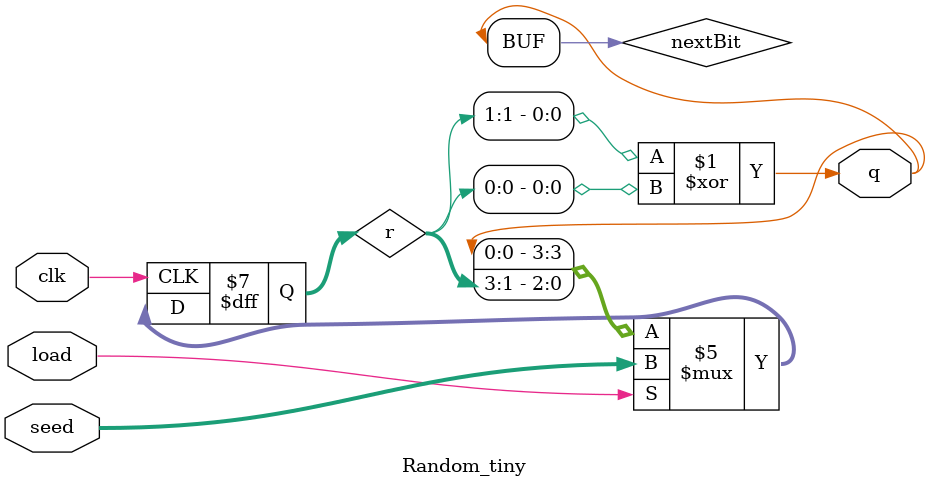
<source format=v>
`timescale 1ns / 1ps
module Random_tiny(q, clk, seed, load);
	output q;
	input [3:0] seed;
	input load;
	input clk;

	reg [3:0] r;
	wire nextBit;

	assign q = nextBit;
	assign nextBit = r[1] ^ r[0];

	always @ (posedge clk)
	begin
		if (load) begin
			r = seed;
		end
		else begin
			r = {nextBit,r[3:1]};
		end
	end
	initial
	begin
		r=0;
	end
endmodule 
</source>
